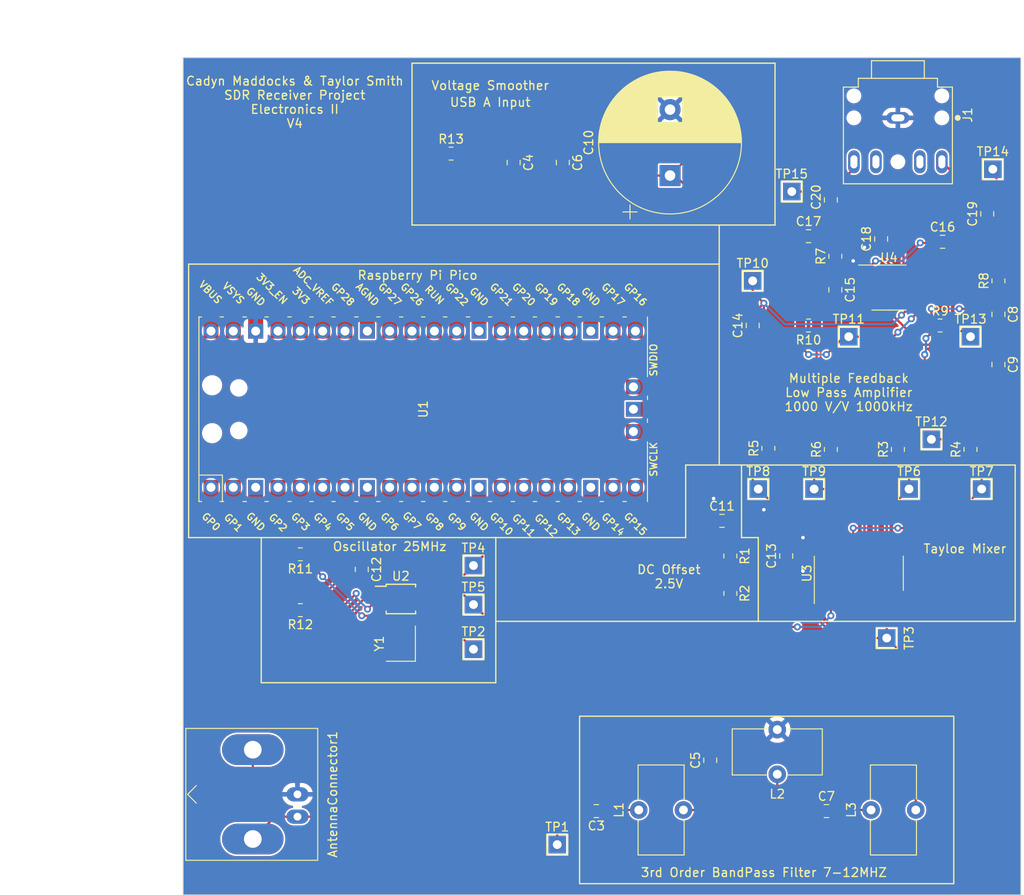
<source format=kicad_pcb>
(kicad_pcb (version 20211014) (generator pcbnew)
  (layers (0 "F.Cu" signal) (31 "B.Cu" signal) (34 "B.Paste" user) (35 "F.Paste" user) (36 "B.SilkS" user "B.Silkscreen") (37 "F.SilkS" user "F.Silkscreen") (38 "B.Mask" user) (39 "F.Mask" user) (44 "Edge.Cuts" user))
  (net 0 "")
  (net 1 "GND")
  (net 2 "Net-(AntennaConnector1-Pad2)")
  (net 3 "Smoothed 5V")
  (net 4 "Net-(C3-Pad1)")
  (net 5 "Net-(C5-Pad1)")
  (net 6 "Net-(C7-Pad2)")
  (net 7 "Net-(C8-Pad1)")
  (net 8 "Net-(C9-Pad1)")
  (net 9 "+3V3")
  (net 10 "Net-(C14-Pad2)")
  (net 11 "Net-(C15-Pad2)")
  (net 12 "Net-(C16-Pad1)")
  (net 13 "Net-(C16-Pad2)")
  (net 14 "Net-(C17-Pad1)")
  (net 15 "Net-(C17-Pad2)")
  (net 16 "/I signal")
  (net 17 "/Q signal")
  (net 18 "Net-(L3-Pad2)")
  (net 19 "/0 degrees")
  (net 20 "/180 degrees")
  (net 21 "/270 degrees")
  (net 22 "/90 degrees")
  (net 23 "/SDA")
  (net 24 "/SCL")
  (net 25 "Net-(TP2-Pad1)")
  (net 26 "Net-(TP4-Pad1)")
  (net 27 "Net-(TP5-Pad1)")
  (net 65 "Net-(U2-Pad2)")
  (net 66 "Net-(U2-Pad3)")
  (net 67 "5V")
  (footprint "Resistor_SMD:R_0805_2012Metric" (layer "F.Cu") (at 121.92 74.93 180)
    (fp_text reference "R10")
    (fp_text value "160")
  )
  (footprint "Resistor_SMD:R_0805_2012Metric" (layer "F.Cu") (at 140.335 89.027 90)
    (fp_text reference "R4")
    (fp_text value "51")
  )
  (footprint "Capacitor_SMD:C_0805_2012Metric" (layer "F.Cu") (at 71.12 102.682 -90)
    (fp_text reference "C12")
    (fp_text value "0.1u")
  )
  (footprint "Crystal:Crystal_SMD_TXC_7M-4Pin_3.2x2.5mm" (layer "F.Cu") (at 75.565 111.125 90)
    (fp_text reference "Y1")
    (fp_text value "CX3225SB 25MHz")
  )
  (footprint "Capacitor_SMD:C_0805_2012Metric" (layer "F.Cu") (at 124.46 60.64 90)
    (fp_text reference "C20")
    (fp_text value "10uF")
  )
  (footprint "Capacitor_SMD:C_0805_2012Metric" (layer "F.Cu") (at 97.79 130.175 180)
    (fp_text reference "C3")
    (fp_text value "130pF")
  )
  (footprint "Resistor_SMD:R_0805_2012Metric" (layer "F.Cu") (at 81.28 55.372)
    (fp_text reference "R13")
    (fp_text value "1")
  )
  (footprint "Resistor_SMD:R_0805_2012Metric" (layer "F.Cu") (at 136.8825 74.93)
    (fp_text reference "R9")
    (fp_text value "160")
  )
  (footprint "TestPoint:TestPoint_THTPad_2.0x2.0mm_Drill1.0mm" (layer "F.Cu") (at 126.492 76.2)
    (fp_text reference "TP11")
    (fp_text value "TestPoint")
  )
  (footprint "CUI_SJ1-3225N:CUI_SJ1-3525N" (layer "F.Cu") (at 132.08 51.308 -90)
    (fp_text reference "J1")
    (fp_text value "SJ1-3525N")
  )
  (footprint "Capacitor_SMD:C_0805_2012Metric" (layer "F.Cu") (at 143.51 79.375 -90)
    (fp_text reference "C9")
    (fp_text value "7.5n")
  )
  (footprint "Resistor_SMD:R_0805_2012Metric" (layer "F.Cu") (at 143.51 69.85 90)
    (fp_text reference "R8")
    (fp_text value "51k")
  )
  (footprint "Resistor_SMD:R_0805_2012Metric" (layer "F.Cu") (at 117.348 88.9 90)
    (fp_text reference "R5")
    (fp_text value "51")
  )
  (footprint "Capacitor_SMD:C_0805_2012Metric" (layer "F.Cu") (at 123.952 130.175)
    (fp_text reference "C7")
    (fp_text value "130pF")
  )
  (footprint "Capacitor_SMD:C_0805_2012Metric" (layer "F.Cu") (at 124.968 70.866 -90)
    (fp_text reference "C15")
    (fp_text value "22n")
  )
  (footprint "Connector_Coaxial:BNC_Amphenol_B6252HB-NPP3G-50_Horizontal" (layer "F.Cu") (at 63.81 128.27 90)
    (fp_text reference "AntennaConnector1")
    (fp_text value "Conn_Coaxial")
  )
  (footprint "Inductor_THT:L_Toroid_Vertical_L10.0mm_W5.0mm_P5.08mm" (layer "F.Cu") (at 129.032 130.048 90)
    (fp_text reference "L3")
    (fp_text value "2.7uH")
  )
  (footprint "Capacitor_SMD:C_0805_2012Metric" (layer "F.Cu") (at 119.38 101.1525 90)
    (fp_text reference "C13")
    (fp_text value "0.1u")
  )
  (footprint "TestPoint:TestPoint_THTPad_2.0x2.0mm_Drill1.0mm" (layer "F.Cu") (at 120.015 59.69)
    (fp_text reference "TP15")
    (fp_text value "TestPoint")
  )
  (footprint "Capacitor_THT:CP_Radial_D16.0mm_P7.50mm" (layer "F.Cu") (at 106.172 57.868755 90)
    (fp_text reference "C10")
    (fp_text value "8200uF")
  )
  (footprint "TestPoint:TestPoint_THTPad_2.0x2.0mm_Drill1.0mm" (layer "F.Cu") (at 122.555 93.5325)
    (fp_text reference "TP9")
    (fp_text value "TestPoint")
  )
  (footprint "Capacitor_SMD:C_0805_2012Metric" (layer "F.Cu") (at 112.08 97.155)
    (fp_text reference "C11")
    (fp_text value "0.1u")
  )
  (footprint "TestPoint:TestPoint_THTPad_2.0x2.0mm_Drill1.0mm" (layer "F.Cu") (at 141.605 93.5325)
    (fp_text reference "TP7")
    (fp_text value "TestPoint")
  )
  (footprint "TestPoint:TestPoint_THTPad_2.0x2.0mm_Drill1.0mm" (layer "F.Cu") (at 83.82 111.76)
    (fp_text reference "TP2")
    (fp_text value "TestPoint")
  )
  (footprint "TestPoint:TestPoint_THTPad_2.0x2.0mm_Drill1.0mm" (layer "F.Cu") (at 83.82 102.235)
    (fp_text reference "TP4")
    (fp_text value "TestPoint")
  )
  (footprint "Resistor_SMD:R_0805_2012Metric" (layer "F.Cu") (at 113.03 101.1525 -90)
    (fp_text reference "R1")
    (fp_text value "1000")
  )
  (footprint "TestPoint:TestPoint_THTPad_2.0x2.0mm_Drill1.0mm" (layer "F.Cu") (at 83.82 106.68)
    (fp_text reference "TP5")
    (fp_text value "TestPoint")
  )
  (footprint "Capacitor_SMD:C_0805_2012Metric" (layer "F.Cu") (at 142.24 62.23 90)
    (fp_text reference "C19")
    (fp_text value "10uF")
  )
  (footprint "Resistor_SMD:R_0805_2012Metric" (layer "F.Cu") (at 64.135 100.965 180)
    (fp_text reference "R11")
    (fp_text value "4.7k")
  )
  (footprint "Capacitor_SMD:C_0805_2012Metric" (layer "F.Cu") (at 130.175 65.085 90)
    (fp_text reference "C18")
    (fp_text value "0.1u")
  )
  (footprint "TestPoint:TestPoint_THTPad_2.0x2.0mm_Drill1.0mm" (layer "F.Cu") (at 130.81 110.49)
    (fp_text reference "TP3")
    (fp_text value "TestPoint")
  )
  (footprint "Inductor_THT:L_Toroid_Vertical_L10.0mm_W5.0mm_P5.08mm" (layer "F.Cu") (at 102.616 130.048 90)
    (fp_text reference "L1")
    (fp_text value "2.7uH")
  )
  (footprint "Resistor_SMD:R_0805_2012Metric" (layer "F.Cu") (at 113.03 105.41 -90)
    (fp_text reference "R2")
    (fp_text value "1000")
  )
  (footprint "Resistor_SMD:R_0805_2012Metric" (layer "F.Cu") (at 124.46 89.027 90)
    (fp_text reference "R6")
    (fp_text value "51")
  )
  (footprint "Resistor_SMD:R_0805_2012Metric" (layer "F.Cu") (at 64.135 107.315 180)
    (fp_text reference "R12")
    (fp_text value "4.7k")
  )
  (footprint "Resistor_SMD:R_0805_2012Metric" (layer "F.Cu") (at 124.968 67.056 90)
    (fp_text reference "R7")
    (fp_text value "51k")
  )
  (footprint "Capacitor_SMD:C_0805_2012Metric" (layer "F.Cu") (at 121.92 64.77)
    (fp_text reference "C17")
    (fp_text value "14p")
  )
  (footprint "Capacitor_SMD:C_0805_2012Metric" (layer "F.Cu") (at 143.51 73.66 -90)
    (fp_text reference "C8")
    (fp_text value "22n")
  )
  (footprint "TestPoint:TestPoint_THTPad_2.0x2.0mm_Drill1.0mm" (layer "F.Cu") (at 135.89 87.884)
    (fp_text reference "TP12")
    (fp_text value "TestPoint")
  )
  (footprint "TestPoint:TestPoint_THTPad_2.0x2.0mm_Drill1.0mm" (layer "F.Cu") (at 142.875 57.15)
    (fp_text reference "TP14")
    (fp_text value "TestPoint")
  )
  (footprint "Capacitor_SMD:C_0805_2012Metric" (layer "F.Cu") (at 88.392 56.388 -90)
    (fp_text reference "C4")
    (fp_text value "10nF")
  )
  (footprint "TestPoint:TestPoint_THTPad_2.0x2.0mm_Drill1.0mm" (layer "F.Cu") (at 116.205 93.5325)
    (fp_text reference "TP8")
    (fp_text value "TestPoint")
  )
  (footprint "Package_SO:SOIC-16_3.9x9.9mm_P1.27mm" (layer "F.Cu") (at 127.635 103.1225 90)
    (fp_text reference "U3")
    (fp_text value "SN74CBT3253")
  )
  (footprint "Resistor_SMD:R_0805_2012Metric" (layer "F.Cu") (at 132.08 89.027 90)
    (fp_text reference "R3")
    (fp_text value "51")
  )
  (footprint "Package_SO:SOIC-8_3.9x4.9mm_P1.27mm" (layer "F.Cu") (at 131.064 70.612)
    (fp_text reference "U4")
    (fp_text value "LM4562MA")
  )
  (footprint "Capacitor_SMD:C_0805_2012Metric" (layer "F.Cu") (at 93.98 56.388 -90)
    (fp_text reference "C6")
    (fp_text value "100nF")
  )
  (footprint "TestPoint:TestPoint_THTPad_2.0x2.0mm_Drill1.0mm" (layer "F.Cu") (at 133.35 93.5325)
    (fp_text reference "TP6")
    (fp_text value "TestPoint")
  )
  (footprint "TestPoint:TestPoint_THTPad_2.0x2.0mm_Drill1.0mm" (layer "F.Cu") (at 93.345 133.985)
    (fp_text reference "TP1")
    (fp_text value "TestPoint")
  )
  (footprint "Capacitor_SMD:C_0805_2012Metric" (layer "F.Cu") (at 110.744 124.394 90)
    (fp_text reference "C5")
    (fp_text value "2.2nF")
  )
  (footprint "Package_SO:MSOP-10_3x3mm_P0.5mm" (layer "F.Cu") (at 75.565 106.045)
    (fp_text reference "U2")
    (fp_text value "Si5351A-B-GT")
  )
  (footprint "Capacitor_SMD:C_0805_2012Metric" (layer "F.Cu") (at 115.57 74.93 90)
    (fp_text reference "C14")
    (fp_text value "7.5n")
  )
  (footprint "Capacitor_SMD:C_0805_2012Metric" (layer "F.Cu") (at 137.16 65.405)
    (fp_text reference "C16")
    (fp_text value "14p")
  )
  (footprint "TestPoint:TestPoint_THTPad_2.0x2.0mm_Drill1.0mm" (layer "F.Cu") (at 115.57 69.85)
    (fp_text reference "TP10")
    (fp_text value "TestPoint")
  )
  (footprint "Inductor_THT:L_Toroid_Vertical_L10.0mm_W5.0mm_P5.08mm" (layer "F.Cu") (at 118.364 125.984 180)
    (fp_text reference "L2")
    (fp_text value "180nH")
  )
  (footprint "TestPoint:TestPoint_THTPad_2.0x2.0mm_Drill1.0mm" (layer "F.Cu") (at 140.335 76.2)
    (fp_text reference "TP13")
    (fp_text value "TestPoint")
  )
  (footprint "MCU_RaspberryPi_and_Boards:RPi_Pico_SMD_TH" (layer "F.Cu") (at 78.105 84.455 90)
    (fp_text reference "U1")
    (fp_text value "Pico")
  )
  (gr_line (start 107.95 91.44) (end 107.95 99.06) (layer "F.SilkS") (width 0.15))
  (gr_line (start 86.36 99.06) (end 86.36 115.57) (layer "F.SilkS") (width 0.15))
  (gr_line (start 114.3 91.44) (end 114.3 99.06) (layer "F.SilkS") (width 0.15))
  (gr_line (start 111.76 63.5) (end 76.835 63.5) (layer "F.SilkS") (width 0.15))
  (gr_line (start 138.43 138.43) (end 95.885 138.43) (layer "F.SilkS") (width 0.15))
  (gr_line (start 145.415 108.585) (end 145.415 91.44) (layer "F.SilkS") (width 0.15))
  (gr_line (start 116.205 108.585) (end 145.415 108.585) (layer "F.SilkS") (width 0.15))
  (gr_line (start 59.69 99.06) (end 61.595 99.06) (layer "F.SilkS") (width 0.15))
  (gr_line (start 116.205 99.06) (end 116.205 108.585) (layer "F.SilkS") (width 0.15))
  (gr_line (start 138.43 119.38) (end 138.43 138.43) (layer "F.SilkS") (width 0.15))
  (gr_line (start 107.95 91.44) (end 107.95 90.805) (layer "F.SilkS") (width 0.15))
  (gr_line (start 95.885 123.19) (end 95.885 119.38) (layer "F.SilkS") (width 0.15))
  (gr_line (start 76.835 63.5) (end 76.835 45.085) (layer "F.SilkS") (width 0.15))
  (gr_line (start 51.435 99.06) (end 51.435 67.945) (layer "F.SilkS") (width 0.15))
  (gr_line (start 118.11 63.5) (end 118.11 45.085) (layer "F.SilkS") (width 0.15))
  (gr_line (start 111.76 63.5) (end 111.76 67.945) (layer "F.SilkS") (width 0.15))
  (gr_line (start 145.415 90.805) (end 145.415 91.44) (layer "F.SilkS") (width 0.15))
  (gr_line (start 59.69 115.57) (end 59.69 99.06) (layer "F.SilkS") (width 0.15))
  (gr_line (start 114.3 91.44) (end 114.3 90.805) (layer "F.SilkS") (width 0.15))
  (gr_line (start 95.885 124.46) (end 95.885 138.43) (layer "F.SilkS") (width 0.15))
  (gr_line (start 114.3 99.06) (end 116.205 99.06) (layer "F.SilkS") (width 0.15))
  (gr_line (start 59.69 99.06) (end 51.435 99.06) (layer "F.SilkS") (width 0.15))
  (gr_line (start 111.76 63.5) (end 118.11 63.5) (layer "F.SilkS") (width 0.15))
  (gr_line (start 111.76 90.805) (end 107.95 90.805) (layer "F.SilkS") (width 0.15))
  (gr_line (start 86.36 115.57) (end 59.69 115.57) (layer "F.SilkS") (width 0.15))
  (gr_line (start 76.835 45.085) (end 118.11 45.085) (layer "F.SilkS") (width 0.15))
  (gr_line (start 145.415 90.805) (end 111.76 90.805) (layer "F.SilkS") (width 0.15))
  (gr_line (start 95.885 123.19) (end 95.885 124.46) (layer "F.SilkS") (width 0.15))
  (gr_line (start 86.36 99.06) (end 107.95 99.06) (layer "F.SilkS") (width 0.15))
  (gr_line (start 111.76 67.945) (end 111.76 90.805) (layer "F.SilkS") (width 0.15))
  (gr_line (start 51.435 67.945) (end 111.76 67.945) (layer "F.SilkS") (width 0.15))
  (gr_line (start 61.595 99.06) (end 86.36 99.06) (layer "F.SilkS") (width 0.15))
  (gr_line (start 86.36 108.585) (end 116.205 108.585) (layer "F.SilkS") (width 0.15))
  (gr_line (start 95.885 119.38) (end 138.43 119.38) (layer "F.SilkS") (width 0.15))
  (gr_line (start 146.05 44.45) (end 146.05 139.7) (layer "Edge.Cuts") (width 0.1))
  (gr_line (start 50.8 139.7) (end 50.8 44.45) (layer "Edge.Cuts") (width 0.1))
  (gr_line (start 50.8 44.45) (end 146.05 44.45) (layer "Edge.Cuts") (width 0.1))
  (gr_line (start 146.05 139.7) (end 50.8 139.7) (layer "Edge.Cuts") (width 0.1))
  (gr_text "Raspberry Pi Pico\n" (at 77.47 69.215) (layer "F.SilkS") (effects (font (size 1 1))))
  (gr_text "Multiple Feedback\nLow Pass Amplifier\n1000 V/V 1000kHz\n" (at 126.492 82.55) (layer "F.SilkS") (effects (font (size 1 1))))
  (gr_text "Voltage Smoother\n" (at 85.725 47.625) (layer "F.SilkS") (effects (font (size 1 1))))
  (gr_text "Oscillator 25MHz\n" (at 74.295 100.076) (layer "F.SilkS") (effects (font (size 1 1))))
  (gr_text "USB A Input\n" (at 85.725 49.53) (layer "F.SilkS") (effects (font (size 1 1))))
  (gr_text "3rd Order BandPass Filter 7-12MHZ" (at 116.84 137.16) (layer "F.SilkS") (effects (font (size 1 1))))
  (gr_text "Tayloe Mixer\n" (at 139.7 100.33) (layer "F.SilkS") (effects (font (size 1 1))))
  (gr_text "Cadyn Maddocks & Taylor Smith\nSDR Receiver Project\nElectronics II\nV4\n" (at 63.5 49.53) (layer "F.SilkS") (effects (font (size 1 1))))
  (gr_text "DC Offset\n2.5V\n" (at 106.045 103.505) (layer "F.SilkS") (effects (font (size 1 1))))
  (segment (start 111.13 97.155) (end 111.13 94.62) (width 0.25) (layer "F.Cu") (net 1))
  (segment (start 76.415 110.025) (end 76.415 110.125) (width 0.25) (layer "F.Cu") (net 1))
  (segment (start 128.275 66.035) (end 128.27 66.04) (width 0.25) (layer "F.Cu") (net 1))
  (segment (start 77.765 106.045) (end 80.01 106.045) (width 0.25) (layer "F.Cu") (net 1))
  (segment (start 76.415 110.125) (end 75.288 111.252) (width 0.25) (layer "F.Cu") (net 1))
  (segment (start 75.288 111.252) (end 72.644 111.252) (width 0.25) (layer "F.Cu") (net 1))
  (segment (start 111.13 94.62) (end 111.125 94.615) (width 0.25) (layer "F.Cu") (net 1))
  (segment (start 130.175 66.035) (end 128.275 66.035) (width 0.25) (layer "F.Cu") (net 1))
  (via (at 128.27 66.04) (size 0.8) (drill 0.4) (layers "F.Cu" "B.Cu") (net 1))
  (via (at 111.125 94.615) (size 0.8) (drill 0.4) (layers "F.Cu" "B.Cu") (net 1))
  (via (at 127 67.58402) (size 0.8) (drill 0.4) (layers "F.Cu" "B.Cu") (net 1))
  (via (at 116.84 95.885) (size 0.8) (drill 0.4) (layers "F.Cu" "B.Cu") (net 1))
  (via (at 121.285 99.06) (size 0.8) (drill 0.4) (layers "F.Cu" "B.Cu") (net 1))
  (via (at 121.285 102.87) (size 0.8) (drill 0.4) (layers "F.Cu" "B.Cu") (net 1))
  (segment (start 128.27 66.31402) (end 127 67.58402) (width 0.25) (layer "B.Cu") (net 1))
  (segment (start 112.395 95.885) (end 116.84 95.885) (width 0.25) (layer "B.Cu") (net 1))
  (segment (start 111.125 94.615) (end 112.395 95.885) (width 0.25) (layer "B.Cu") (net 1))
  (segment (start 128.27 66.04) (end 128.27 66.31402) (width 0.25) (layer "B.Cu") (net 1))
  (segment (start 121.285 99.06) (end 121.285 102.87) (width 0.25) (layer "B.Cu") (net 1))
  (segment (start 93.345 130.175) (end 96.84 130.175) (width 0.25) (layer "F.Cu") (net 2))
  (segment (start 58.73 128.27) (end 58.73 123.19) (width 0.25) (layer "F.Cu") (net 2))
  (segment (start 61.27 130.81) (end 58.73 133.35) (width 0.25) (layer "F.Cu") (net 2))
  (segment (start 93.345 130.175) (end 93.345 133.985) (width 0.25) (layer "F.Cu") (net 2))
  (segment (start 61.27 130.81) (end 58.73 128.27) (width 0.25) (layer "F.Cu") (net 2))
  (segment (start 63.81 130.81) (end 61.27 130.81) (width 0.25) (layer "F.Cu") (net 2))
  (segment (start 66.675 130.175) (end 66.04 130.81) (width 0.25) (layer "F.Cu") (net 2))
  (segment (start 66.04 130.81) (end 63.81 130.81) (width 0.25) (layer "F.Cu") (net 2))
  (segment (start 93.345 130.175) (end 66.675 130.175) (width 0.25) (layer "F.Cu") (net 2))
  (segment (start 130.55852 54.86652) (end 130.556 54.864) (width 0.25) (layer "F.Cu") (net 3))
  (segment (start 112.395 63.5) (end 112.395 93.5325) (width 0.25) (layer "F.Cu") (net 3))
  (segment (start 88.326 55.372) (end 88.392 55.438) (width 0.25) (layer "F.Cu") (net 3))
  (segment (start 113.03 94.1675) (end 112.93625 94.07375) (width 0.25) (layer "F.Cu") (net 3))
  (segment (start 132.715 67.883) (end 132.715 64.135) (width 0.25) (layer "F.Cu") (net 3))
  (segment (start 111.208755 52.832) (end 106.172 57.868755) (width 0.25) (layer "F.Cu") (net 3))
  (segment (start 132.715 64.135) (end 130.55852 61.97852) (width 0.25) (layer "F.Cu") (net 3))
  (segment (start 112.395 93.5325) (end 112.93625 94.07375) (width 0.25) (layer "F.Cu") (net 3))
  (segment (start 130.556 52.832) (end 111.208755 52.832) (width 0.25) (layer "F.Cu") (net 3))
  (segment (start 113.03 100.24) (end 113.03 94.1675) (width 0.25) (layer "F.Cu") (net 3))
  (segment (start 133.539 68.707) (end 132.715 67.883) (width 0.25) (layer "F.Cu") (net 3))
  (segment (start 119.825 100.6475) (end 119.38 100.2025) (width 0.25) (layer "F.Cu") (net 3))
  (segment (start 119.065 100.2025) (end 119.38 100.2025) (width 0.25) (layer "F.Cu") (net 3))
  (segment (start 123.19 100.6475) (end 119.825 100.6475) (width 0.25) (layer "F.Cu") (net 3))
  (segment (start 130.55852 63.75148) (end 130.55852 61.97348) (width 0.25) (layer "F.Cu") (net 3))
  (segment (start 112.93625 94.07375) (end 119.065 100.2025) (width 0.25) (layer "F.Cu") (net 3))
  (segment (start 130.556 54.864) (end 130.556 52.832) (width 0.25) (layer "F.Cu") (net 3))
  (segment (start 106.763755 57.868755) (end 112.395 63.5) (width 0.25) (layer "F.Cu") (net 3))
  (segment (start 96.410755 57.868755) (end 93.98 55.438) (width 0.25) (layer "F.Cu") (net 3))
  (segment (start 130.55852 61.97348) (end 130.55852 54.86652) (width 0.25) (layer "F.Cu") (net 3))
  (segment (start 82.1925 55.372) (end 88.326 55.372) (width 0.25) (layer "F.Cu") (net 3))
  (segment (start 130.55852 61.97852) (end 130.55852 61.97348) (width 0.25) (layer "F.Cu") (net 3))
  (segment (start 106.172 57.868755) (end 96.410755 57.868755) (width 0.25) (layer "F.Cu") (net 3))
  (segment (start 130.175 64.135) (end 130.55852 63.75148) (width 0.25) (layer "F.Cu") (net 3))
  (segment (start 106.172 57.868755) (end 106.763755 57.868755) (width 0.25) (layer "F.Cu") (net 3))
  (segment (start 93.98 55.438) (end 88.392 55.438) (width 0.25) (layer "F.Cu") (net 3))
  (segment (start 98.867 130.048) (end 98.74 130.175) (width 0.25) (layer "F.Cu") (net 4))
  (segment (start 102.616 130.048) (end 98.867 130.048) (width 0.25) (layer "F.Cu") (net 4))
  (segment (start 107.696 130.048) (end 118.364 130.048) (width 0.25) (layer "F.Cu") (net 5))
  (segment (start 118.364 125.984) (end 118.364 130.048) (width 0.25) (layer "F.Cu") (net 5))
  (segment (start 118.364 130.048) (end 122.875 130.048) (width 0.25) (layer "F.Cu") (net 5))
  (segment (start 122.875 130.048) (end 123.002 130.175) (width 0.25) (layer "F.Cu") (net 5))
  (segment (start 110.744 125.344) (end 110.744 130.048) (width 0.25) (layer "F.Cu") (net 5))
  (segment (start 125.029 130.048) (end 129.032 130.048) (width 0.25) (layer "F.Cu") (net 6))
  (segment (start 124.902 130.175) (end 125.029 130.048) (width 0.25) (layer "F.Cu") (net 6))
  (segment (start 135.97 74.93) (end 135.97 75.691605) (width 0.25) (layer "F.Cu") (net 7))
  (segment (start 143.51 72.71) (end 143.195 73.025) (width 0.25) (layer "F.Cu") (net 7))
  (segment (start 143.195 73.025) (end 139.065 73.025) (width 0.25) (layer "F.Cu") (net 7))
  (segment (start 135.128 78.232) (end 135.128 85.0665) (width 0.25) (layer "F.Cu") (net 7))
  (segment (start 135.89 73.025) (end 135.89 74.215) (width 0.25) (layer "F.Cu") (net 7))
  (segment (start 135.89 74.215) (end 135.97 74.295) (width 0.25) (layer "F.Cu") (net 7))
  (segment (start 135.128 85.0665) (end 132.08 88.1145) (width 0.25) (layer "F.Cu") (net 7))
  (segment (start 143.51 70.7625) (end 143.51 72.71) (width 0.25) (layer "F.Cu") (net 7))
  (segment (start 135.97 75.691605) (end 135.269085 76.39252) (width 0.25) (layer "F.Cu") (net 7))
  (via (at 135.89 73.025) (size 0.8) (drill 0.4) (layers "F.Cu" "B.Cu") (net 7))
  (via (at 135.269085 76.39252) (size 0.8) (drill 0.4) (layers "F.Cu" "B.Cu") (net 7))
  (via (at 135.128 78.232) (size 0.8) (drill 0.4) (layers "F.Cu" "B.Cu") (net 7))
  (via (at 139.065 73.025) (size 0.8) (drill 0.4) (layers "F.Cu" "B.Cu") (net 7))
  (segment (start 135.269085 76.39252) (end 135.269085 78.090915) (width 0.25) (layer "B.Cu") (net 7))
  (segment (start 139.065 73.025) (end 135.89 73.025) (width 0.25) (layer "B.Cu") (net 7))
  (segment (start 135.269085 78.090915) (end 135.128 78.232) (width 0.25) (layer "B.Cu") (net 7))
  (segment (start 140.335 80.645) (end 136.80702 77.11702) (width 0.25) (layer "F.Cu") (net 8))
  (segment (start 128.965072 71.247) (end 128.589 71.247) (width 0.25) (layer "F.Cu") (net 8))
  (segment (start 140.335 81.075) (end 140.335 80.435) (width 0.25) (layer "F.Cu") (net 8))
  (segment (start 140.1045 87.884) (end 140.335 88.1145) (width 0.25) (layer "F.Cu") (net 8))
  (segment (start 140.335 81.075) (end 140.335 80.645) (width 0.25) (layer "F.Cu") (net 8))
  (segment (start 135.89 87.884) (end 140.1045 87.884) (width 0.25) (layer "F.Cu") (net 8))
  (segment (start 140.335 81.075) (end 140.335 88.1145) (width 0.25) (layer "F.Cu") (net 8))
  (segment (start 136.80702 77.11702) (end 134.835092 77.11702) (width 0.25) (layer "F.Cu") (net 8))
  (segment (start 142.87 77.9) (end 143.51 77.9) (width 0.25) (layer "F.Cu") (net 8))
  (segment (start 134.835092 77.11702) (end 128.965072 71.247) (width 0.25) (layer "F.Cu") (net 8))
  (segment (start 140.335 80.435) (end 142.87 77.9) (width 0.25) (layer "F.Cu") (net 8))
  (segment (start 72.195489 105.215489) (end 71.12 104.14) (width 0.25) (layer "F.Cu") (net 9))
  (segment (start 67.555978 109.855) (end 65.405 109.855) (width 0.25) (layer "F.Cu") (net 9))
  (segment (start 72.195489 105.215489) (end 67.555978 109.855) (width 0.25) (layer "F.Cu") (net 9))
  (segment (start 75.375 105.070489) (end 72.340489 105.070489) (width 0.25) (layer "F.Cu") (net 9))
  (segment (start 65.405 109.855) (end 63.2225 107.6725) (width 0.25) (layer "F.Cu") (net 9))
  (segment (start 62.960489 76.739511) (end 62.960489 100.702989) (width 0.25) (layer "F.Cu") (net 9))
  (segment (start 63.2225 107.6725) (end 63.2225 107.315) (width 0.25) (layer "F.Cu") (net 9))
  (segment (start 77.765 106.545) (end 76.849511 106.545) (width 0.25) (layer "F.Cu") (net 9))
  (segment (start 71.12 104.14) (end 71.12 103.632) (width 0.25) (layer "F.Cu") (net 9))
  (segment (start 62.960489 100.702989) (end 63.2225 100.965) (width 0.25) (layer "F.Cu") (net 9))
  (segment (start 72.340489 105.070489) (end 72.195489 105.215489) (width 0.25) (layer "F.Cu") (net 9))
  (segment (start 64.135 75.565) (end 62.960489 76.739511) (width 0.25) (layer "F.Cu") (net 9))
  (segment (start 63.2225 100.965) (end 63.2225 107.315) (width 0.25) (layer "F.Cu") (net 9))
  (segment (start 76.849511 106.545) (end 75.375 105.070489) (width 0.25) (layer "F.Cu") (net 9))
  (segment (start 117.348 87.9875) (end 117.348 74.168) (width 0.25) (layer "F.Cu") (net 10))
  (segment (start 133.539 72.709) (end 132.495335 73.752665) (width 0.25) (layer "F.Cu") (net 10))
  (segment (start 116.84 72.39) (end 115.57 71.12) (width 0.25) (layer "F.Cu") (net 10))
  (segment (start 115.775 73.455) (end 116.84 72.39) (width 0.25) (layer "F.Cu") (net 10))
  (segment (start 117.348 74.168) (end 116.84 73.66) (width 0.25) (layer "F.Cu") (net 10))
  (segment (start 115.57 71.12) (end 115.57 69.85) (width 0.25) (layer "F.Cu") (net 10))
  (segment (start 116.84 73.66) (end 116.84 72.39) (width 0.25) (layer "F.Cu") (net 10))
  (via (at 116.84 72.39) (size 0.8) (drill 0.4) (layers "F.Cu" "B.Cu") (net 10))
  (via (at 132.495335 73.752665) (size 0.8) (drill 0.4) (layers "F.Cu" "B.Cu") (net 10))
  (segment (start 132.495335 73.752665) (end 131.470737 74.777263) (width 0.25) (layer "B.Cu") (net 10))
  (segment (start 119.227263 74.777263) (end 116.84 72.39) (width 0.25) (layer "B.Cu") (net 10))
  (segment (start 131.470737 74.777263) (end 119.227263 74.777263) (width 0.25) (layer "B.Cu") (net 10))
  (segment (start 123.91848 70.76648) (end 123.91848 69.01802) (width 0.25) (layer "F.Cu") (net 11))
  (segment (start 122.8325 86.487) (end 124.46 88.1145) (width 0.25) (layer "F.Cu") (net 11))
  (segment (start 123.91848 69.01802) (end 124.968 67.9685) (width 0.25) (layer "F.Cu") (net 11))
  (segment (start 122.8325 74.93) (end 122.8325 86.487) (width 0.25) (layer "F.Cu") (net 11))
  (segment (start 122.8325 73.9515) (end 124.968 71.816) (width 0.25) (layer "F.Cu") (net 11))
  (segment (start 124.968 71.816) (end 123.91848 70.76648) (width 0.25) (layer "F.Cu") (net 11))
  (segment (start 122.8325 74.93) (end 122.8325 73.9515) (width 0.25) (layer "F.Cu") (net 11))
  (segment (start 128.589 68.53502) (end 129.54 67.58402) (width 0.25) (layer "F.Cu") (net 12))
  (segment (start 143.28952 62.13048) (end 143.28952 57.56452) (width 0.25) (layer "F.Cu") (net 12))
  (segment (start 143.51 64.77) (end 143.51 68.9375) (width 0.25) (layer "F.Cu") (net 12))
  (segment (start 142.24 63.18) (end 143.28952 62.13048) (width 0.25) (layer "F.Cu") (net 12))
  (segment (start 128.589 68.707) (end 128.589 68.53502) (width 0.25) (layer "F.Cu") (net 12))
  (segment (start 143.28952 57.56452) (end 142.875 57.15) (width 0.25) (layer "F.Cu") (net 12))
  (segment (start 141.412 64.008) (end 142.24 63.18) (width 0.25) (layer "F.Cu") (net 12))
  (segment (start 137.607 64.008) (end 141.412 64.008) (width 0.25) (layer "F.Cu") (net 12))
  (segment (start 136.21 65.405) (end 137.607 64.008) (width 0.25) (layer "F.Cu") (net 12))
  (segment (start 142.24 63.18) (end 142.24 63.5) (width 0.25) (layer "F.Cu") (net 12))
  (segment (start 142.24 63.5) (end 143.51 64.77) (width 0.25) (layer "F.Cu") (net 12))
  (segment (start 134.62 65.532) (end 136.083 65.532) (width 0.25) (layer "F.Cu") (net 12))
  (segment (start 136.083 65.532) (end 136.21 65.405) (width 0.25) (layer "F.Cu") (net 12))
  (via (at 129.54 67.58402) (size 0.8) (drill 0.4) (layers "F.Cu" "B.Cu") (net 12))
  (via (at 134.62 65.532) (size 0.8) (drill 0.4) (layers "F.Cu" "B.Cu") (net 12))
  (segment (start 132.56798 67.58402) (end 134.62 65.532) (width 0.25) (layer "B.Cu") (net 12))
  (segment (start 129.54 67.58402) (end 132.56798 67.58402) (width 0.25) (layer "B.Cu") (net 12))
  (segment (start 138.11 69.32736) (end 136.81488 70.62248) (width 0.25) (layer "F.Cu") (net 13))
  (segment (start 132.06952 70.62248) (end 131.42404 69.977) (width 0.25) (layer "F.Cu") (net 13))
  (segment (start 137.795 71.6026) (end 136.81488 70.62248) (width 0.25) (layer "F.Cu") (net 13))
  (segment (start 138.11 65.405) (end 138.11 69.32736) (width 0.25) (layer "F.Cu") (net 13))
  (segment (start 137.795 74.93) (end 138.43 75.565) (width 0.25) (layer "F.Cu") (net 13))
  (segment (start 137.795 74.295) (end 137.795 71.6026) (width 0.25) (layer "F.Cu") (net 13))
  (segment (start 136.81488 70.62248) (end 132.06952 70.62248) (width 0.25) (layer "F.Cu") (net 13))
  (segment (start 131.42404 69.977) (end 128.589 69.977) (width 0.25) (layer "F.Cu") (net 13))
  (segment (start 138.43 75.565) (end 140.335 75.565) (width 0.25) (layer "F.Cu") (net 13))
  (segment (start 121.0075 64.8075) (end 120.97 64.77) (width 0.25) (layer "F.Cu") (net 14))
  (segment (start 125.984 76.2) (end 126.492 76.2) (width 0.25) (layer "F.Cu") (net 14))
  (segment (start 133.539 71.247) (end 133.915072 71.247) (width 0.25) (layer "F.Cu") (net 14))
  (segment (start 131.572 76.2) (end 126.492 76.2) (width 0.25) (layer "F.Cu") (net 14))
  (segment (start 121.0075 77.3195) (end 121.92 78.232) (width 0.25) (layer "F.Cu") (net 14))
  (segment (start 134.83852 72.93348) (end 133.604 74.168) (width 0.25) (layer "F.Cu") (net 14))
  (segment (start 121.0075 74.93) (end 121.0075 77.3195) (width 0.25) (layer "F.Cu") (net 14))
  (segment (start 132.08 75.692) (end 131.572 76.2) (width 0.25) (layer "F.Cu") (net 14))
  (segment (start 121.0075 74.93) (end 121.0075 64.8075) (width 0.25) (layer "F.Cu") (net 14))
  (segment (start 133.915072 71.247) (end 134.83852 72.170448) (width 0.25) (layer "F.Cu") (net 14))
  (segment (start 134.83852 72.170448) (end 134.83852 72.93348) (width 0.25) (layer "F.Cu") (net 14))
  (segment (start 123.952 78.232) (end 125.984 76.2) (width 0.25) (layer "F.Cu") (net 14))
  (via (at 133.604 74.168) (size 0.8) (drill 0.4) (layers "F.Cu" "B.Cu") (net 14))
  (via (at 123.952 78.232) (size 0.8) (drill 0.4) (layers "F.Cu" "B.Cu") (net 14))
  (via (at 121.92 78.232) (size 0.8) (drill 0.4) (layers "F.Cu" "B.Cu") (net 14))
  (via (at 132.08 75.692) (size 0.8) (drill 0.4) (layers "F.Cu" "B.Cu") (net 14))
  (segment (start 133.604 74.168) (end 132.08 75.692) (width 0.25) (layer "B.Cu") (net 14))
  (segment (start 121.92 78.232) (end 123.952 78.232) (width 0.25) (layer "B.Cu") (net 14))
  (segment (start 133.162928 69.977) (end 133.539 69.977) (width 0.25) (layer "F.Cu") (net 15))
  (segment (start 124.46 61.59) (end 124.46 63.18) (width 0.25) (layer "F.Cu") (net 15))
  (segment (start 130.045448 66.85952) (end 133.162928 69.977) (width 0.25) (layer "F.Cu") (net 15))
  (segment (start 124.46 61.59) (end 122.56 59.69) (width 0.25) (layer "F.Cu") (net 15))
  (segment (start 122.56 59.69) (end 120.015 59.69) (width 0.25) (layer "F.Cu") (net 15))
  (segment (start 124.2435 66.1435) (end 124.968 66.1435) (width 0.25) (layer "F.Cu") (net 15))
  (segment (start 122.87 64.77) (end 124.2435 66.1435) (width 0.25) (layer "F.Cu") (net 15))
  (segment (start 125.68402 66.85952) (end 130.045448 66.85952) (width 0.25) (layer "F.Cu") (net 15))
  (segment (start 124.968 66.1435) (end 125.68402 66.85952) (width 0.25) (layer "F.Cu") (net 15))
  (segment (start 124.46 63.18) (end 122.87 64.77) (width 0.25) (layer "F.Cu") (net 15))
  (segment (start 142.052 61.28) (end 142.24 61.28) (width 0.25) (layer "F.Cu") (net 16))
  (segment (start 137.08 56.308) (end 142.052 61.28) (width 0.25) (layer "F.Cu") (net 16))
  (segment (start 127.08 56.308) (end 127.08 57.07) (width 0.25) (layer "F.Cu") (net 17))
  (segment (start 127.08 57.07) (end 124.46 59.69) (width 0.25) (layer "F.Cu") (net 17))
  (segment (start 130.81 105.5975) (end 130.81 110.49) (width 0.25) (layer "F.Cu") (net 18))
  (segment (start 131.43452 104.33798) (end 131.43452 101.86298) (width 0.25) (layer "F.Cu") (net 18))
  (segment (start 134.112 113.792) (end 130.81 110.49) (width 0.25) (layer "F.Cu") (net 18))
  (segment (start 125.095 110.49) (end 130.81 110.49) (width 0.25) (layer "F.Cu") (net 18))
  (segment (start 131.43452 101.86298) (end 132.08 101.2175) (width 0.25) (layer "F.Cu") (net 18))
  (segment (start 130.81 104.9625) (end 131.43452 104.33798) (width 0.25) (layer "F.Cu") (net 18))
  (segment (start 113.03 102.065) (end 113.03 104.4975) (width 0.25) (layer "F.Cu") (net 18))
  (segment (start 113.03 104.4975) (end 119.1025 104.4975) (width 0.25) (layer "F.Cu") (net 18))
  (segment (start 119.1025 104.4975) (end 125.095 110.49) (width 0.25) (layer "F.Cu") (net 18))
  (segment (start 134.112 130.048) (end 134.112 113.792) (width 0.25) (layer "F.Cu") (net 18))
  (segment (start 130.175 104.3925) (end 129.605 104.9625) (width 0.25) (layer "F.Cu") (net 19))
  (segment (start 130.81 100.0125) (end 130.81 101.2175) (width 0.25) (layer "F.Cu") (net 19))
  (segment (start 133.35 93.5325) (end 133.35 91.415) (width 0.25) (layer "F.Cu") (net 19))
  (segment (start 130.81 100.6475) (end 130.81 96.0725) (width 0.25) (layer "F.Cu") (net 19))
  (segment (start 130.81 101.2175) (end 130.175 101.8525) (width 0.25) (layer "F.Cu") (net 19))
  (segment (start 129.605 104.9625) (end 129.54 104.9625) (width 0.25) (layer "F.Cu") (net 19))
  (segment (start 133.35 91.415) (end 132.08 90.145) (width 0.25) (layer "F.Cu") (net 19))
  (segment (start 130.175 101.8525) (end 130.175 104.3925) (width 0.25) (layer "F.Cu") (net 19))
  (segment (start 130.81 96.0725) (end 133.35 93.5325) (width 0.25) (layer "F.Cu") (net 19))
  (segment (start 126.365 104.3925) (end 125.795 104.9625) (width 0.25) (layer "F.Cu") (net 20))
  (segment (start 127 101.2175) (end 126.365 101.8525) (width 0.25) (layer "F.Cu") (net 20))
  (segment (start 132.08 97.9775) (end 137.16 97.9775) (width 0.25) (layer "F.Cu") (net 20))
  (segment (start 125.795 104.9625) (end 125.73 104.9625) (width 0.25) (layer "F.Cu") (net 20))
  (segment (start 137.16 97.9775) (end 141.605 93.5325) (width 0.25) (layer "F.Cu") (net 20))
  (segment (start 126.365 101.8525) (end 126.365 104.3925) (width 0.25) (layer "F.Cu") (net 20))
  (segment (start 141.605 91.415) (end 140.335 90.145) (width 0.25) (layer "F.Cu") (net 20))
  (segment (start 127 100.6475) (end 127 97.9775) (width 0.25) (layer "F.Cu") (net 20))
  (segment (start 141.605 93.5325) (end 141.605 91.415) (width 0.25) (layer "F.Cu") (net 20))
  (segment (start 127 100.0125) (end 127 101.2175) (width 0.25) (layer "F.Cu") (net 20))
  (via (at 127 97.9775) (size 0.8) (drill 0.4) (layers "F.Cu" "B.Cu") (net 20))
  (via (at 132.08 97.9775) (size 0.8) (drill 0.4) (layers "F.Cu" "B.Cu") (net 20))
  (segment (start 127 97.9775) (end 131.445 97.9775) (width 0.25) (layer "B.Cu") (net 20))
  (segment (start 131.445 97.9775) (end 132.08 97.9775) (width 0.25) (layer "B.Cu") (net 20))
  (segment (start 128.27 100.0125) (end 128.27 101.2175) (width 0.25) (layer "F.Cu") (net 21))
  (segment (start 115.57 92.05) (end 117.475 90.145) (width 0.25) (layer "F.Cu") (net 21))
  (segment (start 127.635 104.3925) (end 127.065 104.9625) (width 0.25) (layer "F.Cu") (net 21))
  (segment (start 119.38 96.7075) (end 115.57 92.8975) (width 0.25) (layer "F.Cu") (net 21))
  (segment (start 115.57 92.8975) (end 115.57 92.05) (width 0.25) (layer "F.Cu") (net 21))
  (segment (start 127.065 104.9625) (end 127 104.9625) (width 0.25) (layer "F.Cu") (net 21))
  (segment (start 127.635 101.8525) (end 127.635 104.3925) (width 0.25) (layer "F.Cu") (net 21))
  (segment (start 128.27 96.7075) (end 119.38 96.7075) (width 0.25) (layer "F.Cu") (net 21))
  (segment (start 128.27 100.6475) (end 128.27 96.7075) (width 0.25) (layer "F.Cu") (net 21))
  (segment (start 128.27 101.2175) (end 127.635 101.8525) (width 0.25) (layer "F.Cu") (net 21))
  (segment (start 128.905 104.3925) (end 128.335 104.9625) (width 0.25) (layer "F.Cu") (net 22))
  (segment (start 129.54 101.2175) (end 128.905 101.8525) (width 0.25) (layer "F.Cu") (net 22))
  (segment (start 129.54 96.0725) (end 127 93.5325) (width 0.25) (layer "F.Cu") (net 22))
  (segment (start 127 93.5325) (end 122.555 93.5325) (width 0.25) (layer "F.Cu") (net 22))
  (segment (start 122.555 92.05) (end 124.46 90.145) (width 0.25) (layer "F.Cu") (net 22))
  (segment (start 129.54 100.0125) (end 129.54 101.2175) (width 0.25) (layer "F.Cu") (net 22))
  (segment (start 128.335 104.9625) (end 128.27 104.9625) (width 0.25) (layer "F.Cu") (net 22))
  (segment (start 128.905 101.8525) (end 128.905 104.3925) (width 0.25) (layer "F.Cu") (net 22))
  (segment (start 122.555 93.5325) (end 122.555 92.05) (width 0.25) (layer "F.Cu") (net 22))
  (segment (start 129.54 100.6475) (end 129.54 96.0725) (width 0.25) (layer "F.Cu") (net 22))
  (segment (start 66.675 93.345) (end 66.675 99.3375) (width 0.25) (layer "F.Cu") (net 23))
  (segment (start 65.0475 101.8775) (end 65.0475 100.965) (width 0.25) (layer "F.Cu") (net 23))
  (segment (start 73.365 107.045) (end 72.46 107.95) (width 0.25) (layer "F.Cu") (net 23))
  (segment (start 66.675 99.3375) (end 65.0475 100.965) (width 0.25) (layer "F.Cu") (net 23))
  (segment (start 66.675 103.505) (end 65.0475 101.8775) (width 0.25) (layer "F.Cu") (net 23))
  (segment (start 72.46 107.95) (end 71.12 107.95) (width 0.25) (layer "F.Cu") (net 23))
  (via (at 71.12 107.95) (size 0.8) (drill 0.4) (layers "F.Cu" "B.Cu") (net 23))
  (via (at 66.675 103.505) (size 0.8) (drill 0.4) (layers "F.Cu" "B.Cu") (net 23))
  (segment (start 71.12 107.95) (end 66.675 103.505) (width 0.25) (layer "B.Cu") (net 23))
  (segment (start 72.432145 106.545) (end 73.365 106.545) (width 0.25) (layer "F.Cu") (net 24))
  (segment (start 69.215 93.345) (end 69.215 103.1475) (width 0.25) (layer "F.Cu") (net 24))
  (segment (start 71.778801 107.198344) (end 72.432145 106.545) (width 0.25) (layer "F.Cu") (net 24))
  (segment (start 70.485 105.41) (end 68.58 107.315) (width 0.25) (layer "F.Cu") (net 24))
  (segment (start 68.58 107.315) (end 65.0475 107.315) (width 0.25) (layer "F.Cu") (net 24))
  (segment (start 69.215 103.1475) (end 65.0475 107.315) (width 0.25) (layer "F.Cu") (net 24))
  (via (at 71.778801 107.198344) (size 0.8) (drill 0.4) (layers "F.Cu" "B.Cu") (net 24))
  (via (at 70.485 105.41) (size 0.8) (drill 0.4) (layers "F.Cu" "B.Cu") (net 24))
  (segment (start 70.485 105.41) (end 70.485 105.904543) (width 0.25) (layer "B.Cu") (net 24))
  (segment (start 70.485 105.904543) (end 71.778801 107.198344) (width 0.25) (layer "B.Cu") (net 24))
  (segment (start 79.105 107.045) (end 83.82 111.76) (width 0.25) (layer "F.Cu") (net 25))
  (segment (start 77.765 107.045) (end 79.105 107.045) (width 0.25) (layer "F.Cu") (net 25))
  (segment (start 125.73 101.023572) (end 125.73 100.6475) (width 0.25) (layer "F.Cu") (net 26))
  (segment (start 83.82 102.235) (end 84.97798 101.07702) (width 0.25) (layer "F.Cu") (net 26))
  (segment (start 77.765 105.045) (end 81.01 105.045) (width 0.25) (layer "F.Cu") (net 26))
  (segment (start 122.843448 101.94702) (end 124.806552 101.94702) (width 0.25) (layer "F.Cu") (net 26))
  (segment (start 124.806552 101.94702) (end 125.73 101.023572) (width 0.25) (layer "F.Cu") (net 26))
  (segment (start 84.82702 101.22798) (end 122.124408 101.22798) (width 0.25) (layer "F.Cu") (net 26))
  (segment (start 83.82 102.235) (end 84.82702 101.22798) (width 0.25) (layer "F.Cu") (net 26))
  (segment (start 122.124408 101.22798) (end 122.843448 101.94702) (width 0.25) (layer "F.Cu") (net 26))
  (segment (start 81.01 105.045) (end 83.82 102.235) (width 0.25) (layer "F.Cu") (net 26))
  (segment (start 124.46 107.95) (end 124.46 105.5975) (width 0.25) (layer "F.Cu") (net 27))
  (segment (start 83.82 106.68) (end 86.36 109.22) (width 0.25) (layer "F.Cu") (net 27))
  (segment (start 120.015 109.22) (end 120.65 109.22) (width 0.25) (layer "F.Cu") (net 27))
  (segment (start 82.685 105.545) (end 83.82 106.68) (width 0.25) (layer "F.Cu") (net 27))
  (segment (start 77.765 105.545) (end 82.685 105.545) (width 0.25) (layer "F.Cu") (net 27))
  (segment (start 86.36 109.22) (end 120.015 109.22) (width 0.25) (layer "F.Cu") (net 27))
  (via (at 124.46 107.95) (size 0.8) (drill 0.4) (layers "F.Cu" "B.Cu") (net 27))
  (via (at 120.65 109.22) (size 0.8) (drill 0.4) (layers "F.Cu" "B.Cu") (net 27))
  (segment (start 123.19 109.22) (end 124.46 107.95) (width 0.25) (layer "B.Cu") (net 27))
  (segment (start 120.65 109.22) (end 123.19 109.22) (width 0.25) (layer "B.Cu") (net 27))
  (segment (start 77.339511 108.384771) (end 77.339511 111.300489) (width 0.25) (layer "F.Cu") (net 65))
  (segment (start 77.339511 111.300489) (end 76.415 112.225) (width 0.25) (layer "F.Cu") (net 65))
  (segment (start 74.49974 105.545) (end 77.339511 108.384771) (width 0.25) (layer "F.Cu") (net 65))
  (segment (start 73.365 105.545) (end 74.49974 105.545) (width 0.25) (layer "F.Cu") (net 65))
  (segment (start 74.715 106.395978) (end 74.364022 106.045) (width 0.25) (layer "F.Cu") (net 66))
  (segment (start 74.364022 106.045) (end 73.66 106.045) (width 0.25) (layer "F.Cu") (net 66))
  (segment (start 74.715 110.025) (end 74.715 106.395978) (width 0.25) (layer "F.Cu") (net 66))
  (segment (start 53.975 62.865) (end 61.468 55.372) (width 0.25) (layer "F.Cu") (net 67))
  (segment (start 53.975 75.565) (end 53.975 62.865) (width 0.25) (layer "F.Cu") (net 67))
  (segment (start 61.468 55.372) (end 80.3675 55.372) (width 0.25) (layer "F.Cu") (net 67))
  (zone (net 1) (net_name "GND") (layers F&B.Cu) (connect_pads (clearance 0)) (min_thickness 0.254) (fill yes (thermal_gap 0.508) (thermal_bridge_width 0.508))
    (polygon (pts (xy 146.05 139.7) (xy 50.8 139.7) (xy 50.8 44.45) (xy 146.05 44.45)))
  )
)
</source>
